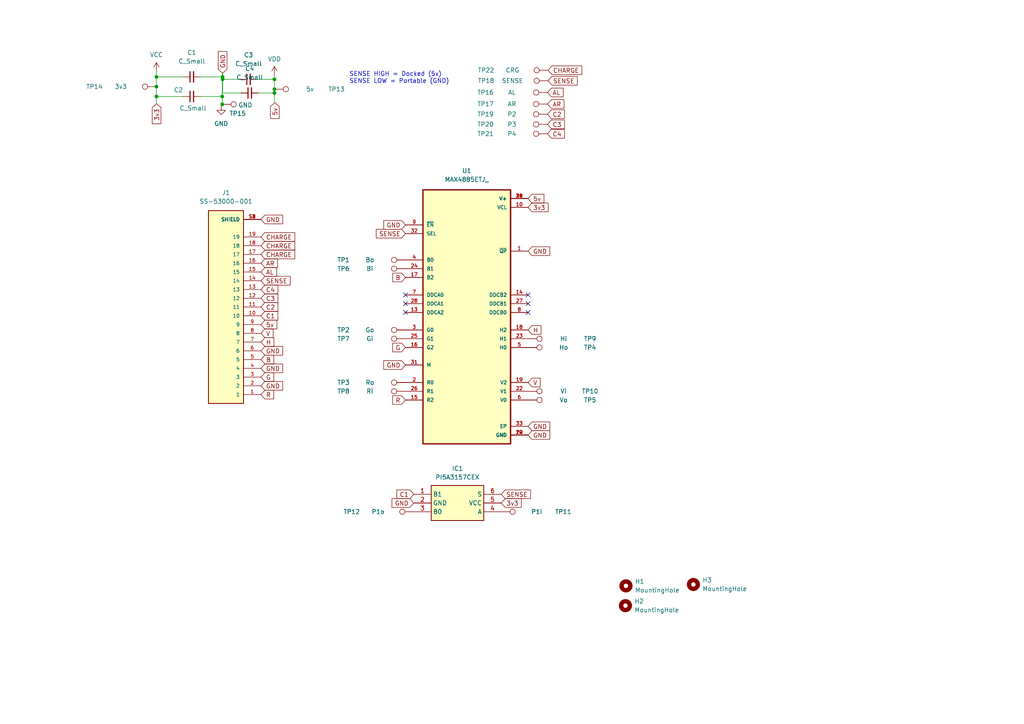
<source format=kicad_sch>
(kicad_sch (version 20230121) (generator eeschema)
  (paper "A4")
  (lib_symbols
    (symbol "Connector:TestPoint" (pin_numbers hide) (pin_names (offset 0.762) hide)
      (property "Reference" "TP" (at 0 6.858 0))
      (property "Value" "TestPoint" (at 0 5.08 0))
      (symbol "TestPoint_0_1"
        (circle (center 0 3.302) (radius 0.762))
      )
      (symbol "TestPoint_1_1"
        (pin passive line (at 0 0 90) (length 2.54) (name "1") (number "1"))
      )
    )
    (symbol "Device:C_Small" (pin_numbers hide) (pin_names (offset 0.254) hide)
      (property "Reference" "C" (at 0.254 1.778 0))
      (property "Value" "C_Small" (at 0.254 -2.032 0))
      (symbol "C_Small_0_1"
        (polyline (pts (xy -1.524 -0.508) (xy 1.524 -0.508)) (stroke (width 0.3302)))
        (polyline (pts (xy -1.524 0.508) (xy 1.524 0.508)) (stroke (width 0.3048)))
      )
      (symbol "C_Small_1_1"
        (pin passive line (at 0 2.54 270) (length 2.032) (name "~") (number "1"))
        (pin passive line (at 0 -2.54 90) (length 2.032) (name "~") (number "2"))
      )
    )
    (symbol "MAX4885ETJ_:MAX4885ETJ_" (pin_names (offset 1.016))
      (property "Reference" "U" (at -12.7 34.02 0))
      (property "Value" "MAX4885ETJ_" (at -12.7 -44.64 0))
      (symbol "MAX4885ETJ__0_0"
        (rectangle (start -12.7 -40.64) (end 12.7 33.02) (stroke (width 0.41)) (fill (type background)))
        (pin bidirectional line (at 17.78 15.24 180) (length 5.08) (name "~{QP}") (number "1"))
        (pin power_in line (at 17.78 27.94 180) (length 5.08) (name "VCL") (number "10"))
        (pin power_in line (at 17.78 30.48 180) (length 5.08) (name "V+") (number "11"))
        (pin power_in line (at 17.78 -38.1 180) (length 5.08) (name "GND") (number "12"))
        (pin bidirectional line (at -17.78 -2.54 0) (length 5.08) (name "DDCA2") (number "13"))
        (pin bidirectional line (at 17.78 2.54 180) (length 5.08) (name "DDCB2") (number "14"))
        (pin bidirectional line (at -17.78 -27.94 0) (length 5.08) (name "R2") (number "15"))
        (pin bidirectional line (at -17.78 -12.7 0) (length 5.08) (name "G2") (number "16"))
        (pin bidirectional line (at -17.78 7.62 0) (length 5.08) (name "B2") (number "17"))
        (pin bidirectional line (at 17.78 -7.62 180) (length 5.08) (name "H2") (number "18"))
        (pin bidirectional line (at 17.78 -22.86 180) (length 5.08) (name "V2") (number "19"))
        (pin bidirectional line (at -17.78 -22.86 0) (length 5.08) (name "R0") (number "2"))
        (pin power_in line (at 17.78 -38.1 180) (length 5.08) (name "GND") (number "20"))
        (pin power_in line (at 17.78 30.48 180) (length 5.08) (name "V+") (number "21"))
        (pin bidirectional line (at 17.78 -25.4 180) (length 5.08) (name "V1") (number "22"))
        (pin bidirectional line (at 17.78 -10.16 180) (length 5.08) (name "H1") (number "23"))
        (pin bidirectional line (at -17.78 10.16 0) (length 5.08) (name "B1") (number "24"))
        (pin bidirectional line (at -17.78 -10.16 0) (length 5.08) (name "G1") (number "25"))
        (pin bidirectional line (at -17.78 -25.4 0) (length 5.08) (name "R1") (number "26"))
        (pin bidirectional line (at 17.78 0 180) (length 5.08) (name "DDCB1") (number "27"))
        (pin bidirectional line (at -17.78 0 0) (length 5.08) (name "DDCA1") (number "28"))
        (pin power_in line (at 17.78 -38.1 180) (length 5.08) (name "GND") (number "29"))
        (pin bidirectional line (at -17.78 -7.62 0) (length 5.08) (name "G0") (number "3"))
        (pin power_in line (at 17.78 30.48 180) (length 5.08) (name "V+") (number "30"))
        (pin bidirectional line (at -17.78 -17.78 0) (length 5.08) (name "M") (number "31"))
        (pin input line (at -17.78 20.32 0) (length 5.08) (name "SEL") (number "32"))
        (pin power_in line (at 17.78 -35.56 180) (length 5.08) (name "EP") (number "33"))
        (pin bidirectional line (at -17.78 12.7 0) (length 5.08) (name "B0") (number "4"))
        (pin bidirectional line (at 17.78 -12.7 180) (length 5.08) (name "H0") (number "5"))
        (pin bidirectional line (at 17.78 -27.94 180) (length 5.08) (name "V0") (number "6"))
        (pin bidirectional line (at -17.78 2.54 0) (length 5.08) (name "DDCA0") (number "7"))
        (pin bidirectional line (at 17.78 -2.54 180) (length 5.08) (name "DDCB0") (number "8"))
        (pin input line (at -17.78 22.86 0) (length 5.08) (name "~{EN}") (number "9"))
      )
    )
    (symbol "Mechanical:MountingHole" (pin_names (offset 1.016))
      (property "Reference" "H" (at 0 5.08 0))
      (property "Value" "MountingHole" (at 0 3.175 0))
      (symbol "MountingHole_0_1"
        (circle (center 0 0) (radius 1.27) (stroke (width 1.27)))
      )
    )
    (symbol "PI5A3157CEX:PI5A3157CEX"
      (property "Reference" "IC" (at 21.59 7.62 0))
      (property "Value" "PI5A3157CEX" (at 21.59 5.08 0))
      (symbol "PI5A3157CEX_1_1"
        (rectangle (start 5.08 2.54) (end 20.32 -7.62) (stroke (width 0.254)) (fill (type background)))
        (pin passive line (at 0 0 0) (length 5.08) (name "B1") (number "1"))
        (pin passive line (at 0 -2.54 0) (length 5.08) (name "GND") (number "2"))
        (pin passive line (at 0 -5.08 0) (length 5.08) (name "B0") (number "3"))
        (pin passive line (at 25.4 -5.08 180) (length 5.08) (name "A") (number "4"))
        (pin passive line (at 25.4 -2.54 180) (length 5.08) (name "VCC") (number "5"))
        (pin passive line (at 25.4 0 180) (length 5.08) (name "S") (number "6"))
      )
    )
    (symbol "SS-53000-001:SS-53000-001" (pin_names (offset 1.016))
      (property "Reference" "J" (at -5.08 29.21 0))
      (property "Value" "SS-53000-001" (at -5.08 -30.48 0))
      (symbol "SS-53000-001_0_0"
        (rectangle (start -5.08 -27.94) (end 5.08 27.94) (stroke (width 0.254)) (fill (type background)))
        (pin passive line (at -10.16 25.4 0) (length 5.08) (name "1") (number "1"))
        (pin passive line (at -10.16 2.54 0) (length 5.08) (name "10") (number "10"))
        (pin passive line (at -10.16 0 0) (length 5.08) (name "11") (number "11"))
        (pin passive line (at -10.16 -2.54 0) (length 5.08) (name "12") (number "12"))
        (pin passive line (at -10.16 -5.08 0) (length 5.08) (name "13") (number "13"))
        (pin passive line (at -10.16 -7.62 0) (length 5.08) (name "14") (number "14"))
        (pin passive line (at -10.16 -10.16 0) (length 5.08) (name "15") (number "15"))
        (pin passive line (at -10.16 -12.7 0) (length 5.08) (name "16") (number "16"))
        (pin passive line (at -10.16 -15.24 0) (length 5.08) (name "17") (number "17"))
        (pin passive line (at -10.16 -17.78 0) (length 5.08) (name "18") (number "18"))
        (pin passive line (at -10.16 -20.32 0) (length 5.08) (name "19") (number "19"))
        (pin passive line (at -10.16 22.86 0) (length 5.08) (name "2") (number "2"))
        (pin passive line (at -10.16 20.32 0) (length 5.08) (name "3") (number "3"))
        (pin passive line (at -10.16 17.78 0) (length 5.08) (name "4") (number "4"))
        (pin passive line (at -10.16 15.24 0) (length 5.08) (name "5") (number "5"))
        (pin passive line (at -10.16 12.7 0) (length 5.08) (name "6") (number "6"))
        (pin passive line (at -10.16 10.16 0) (length 5.08) (name "7") (number "7"))
        (pin passive line (at -10.16 7.62 0) (length 5.08) (name "8") (number "8"))
        (pin passive line (at -10.16 5.08 0) (length 5.08) (name "9") (number "9"))
        (pin passive line (at -10.16 -25.4 0) (length 5.08) (name "SHIELD") (number "S1"))
        (pin passive line (at -10.16 -25.4 0) (length 5.08) (name "SHIELD") (number "S2"))
        (pin passive line (at -10.16 -25.4 0) (length 5.08) (name "SHIELD") (number "S3"))
        (pin passive line (at -10.16 -25.4 0) (length 5.08) (name "SHIELD") (number "S4"))
      )
    )
    (symbol "power:GND" (power) (pin_names (offset 0))
      (property "Value" "GND" (at 0 -3.81 0))
      (symbol "GND_0_1"
        (polyline (pts (xy 0 0) (xy 0 -1.27) (xy 1.27 -1.27) (xy 0 -2.54) (xy -1.27 -1.27) (xy 0 -1.27)))
      )
      (symbol "GND_1_1"
        (pin power_in line (at 0 0 270) (length 0) hide (name "GND") (number "1"))
      )
    )
    (symbol "power:VCC" (power) (pin_names (offset 0))
      (property "Value" "VCC" (at 0 3.81 0))
      (symbol "VCC_0_1"
        (polyline (pts (xy -0.762 1.27) (xy 0 2.54)))
        (polyline (pts (xy 0 0) (xy 0 2.54)))
        (polyline (pts (xy 0 2.54) (xy 0.762 1.27)))
      )
      (symbol "VCC_1_1"
        (pin power_in line (at 0 0 90) (length 0) hide (name "VCC") (number "1"))
      )
    )
    (symbol "power:VDD" (power) (pin_names (offset 0))
      (property "Value" "VDD" (at 0 3.81 0))
      (symbol "VDD_0_1"
        (polyline (pts (xy -0.762 1.27) (xy 0 2.54)))
        (polyline (pts (xy 0 0) (xy 0 2.54)))
        (polyline (pts (xy 0 2.54) (xy 0.762 1.27)))
      )
      (symbol "VDD_1_1"
        (pin power_in line (at 0 0 90) (length 0) hide (name "VDD") (number "1"))
      )
    )
  )
  (junction (at 79.6036 26.9748))
  (junction (at 45.3644 25.117))
  (junction (at 79.6036 25.8747))
  (junction (at 64.4652 30.2539))
  (junction (at 45.3644 22.3012))
  (junction (at 45.3644 27.9908))
  (junction (at 64.4652 27.9908))
  (junction (at 64.5668 22.3012))
  (junction (at 79.6036 23.0124))
  (junction (at 64.5668 23.0124))
  (no_connect (at 117.602 85.5472))
  (no_connect (at 117.602 90.6272))
  (no_connect (at 153.162 85.5472))
  (no_connect (at 153.162 88.0872))
  (no_connect (at 153.162 90.6272))
  (no_connect (at 117.602 88.0872))
  (wire (pts (xy 64.1604 30.734) (xy 64.4652 30.734)))
  (wire (pts (xy 64.4652 21.2344) (xy 64.5668 21.2344)))
  (wire (pts (xy 45.3644 30.0736) (xy 45.4152 30.0736)))
  (wire (pts (xy 79.6036 21.844) (xy 79.6036 23.0124)))
  (wire (pts (xy 79.6036 23.0124) (xy 79.6036 25.8747)))
  (wire (pts (xy 53.086 22.3012) (xy 45.3644 22.3012)))
  (wire (pts (xy 64.5668 21.2344) (xy 64.5668 22.3012)))
  (wire (pts (xy 58.166 27.9908) (xy 64.4652 27.9908)))
  (wire (pts (xy 45.3644 27.9908) (xy 45.3644 30.0736)))
  (wire (pts (xy 64.5668 23.0124) (xy 64.5668 26.9748)))
  (wire (pts (xy 79.6036 25.8747) (xy 79.6036 26.9748)))
  (wire (pts (xy 74.9808 26.9748) (xy 79.6036 26.9748)))
  (wire (pts (xy 45.3644 25.117) (xy 45.3644 27.9908)))
  (wire (pts (xy 74.6252 23.0124) (xy 79.6036 23.0124)))
  (wire (pts (xy 69.5452 23.0124) (xy 64.5668 23.0124)))
  (wire (pts (xy 79.6036 29.7688) (xy 79.7052 29.7688)))
  (wire (pts (xy 79.6036 26.9748) (xy 79.6036 29.7688)))
  (wire (pts (xy 64.4652 30.2539) (xy 64.4652 30.734)))
  (wire (pts (xy 45.3644 22.3012) (xy 45.3644 25.117)))
  (wire (pts (xy 69.9008 26.9748) (xy 64.5668 26.9748)))
  (wire (pts (xy 64.4652 21.2344) (xy 64.4652 27.9908)))
  (wire (pts (xy 53.086 27.9908) (xy 45.3644 27.9908)))
  (wire (pts (xy 64.4652 27.9908) (xy 64.4652 30.2539)))
  (wire (pts (xy 45.3644 20.7146) (xy 45.3644 22.3012)))
  (wire (pts (xy 58.166 22.3012) (xy 64.5668 22.3012)))
  (wire (pts (xy 64.5668 22.3012) (xy 64.5668 23.0124)))
  (text "SENSE HIGH = Docked (5v)\nSENSE LOW = Portable (GND)" (at 101.2952 24.384 0) (effects (font (size 1.27 1.27)) (justify left bottom)))
  (global_label "5v" (shape input) (at 79.7052 29.7688 270) (property "Intersheetrefs" "${INTERSHEET_REFS}" (effects hide)))
  (global_label "AR" (shape input) (at 158.8008 30.1752 0) (property "Intersheetrefs" "${INTERSHEET_REFS}" (effects hide)))
  (global_label "GND" (shape input) (at 75.692 101.7524 0) (property "Intersheetrefs" "${INTERSHEET_REFS}" (effects hide)))
  (global_label "R" (shape input) (at 117.602 116.0272 180) (property "Intersheetrefs" "${INTERSHEET_REFS}" (effects hide)))
  (global_label "GND" (shape input) (at 64.5668 21.2344 90) (property "Intersheetrefs" "${INTERSHEET_REFS}" (effects hide)))
  (global_label "SENSE" (shape input) (at 75.692 81.4324 0) (property "Intersheetrefs" "${INTERSHEET_REFS}" (effects hide)))
  (global_label "CHARGE" (shape input) (at 158.9532 20.3708 0) (property "Intersheetrefs" "${INTERSHEET_REFS}" (effects hide)))
  (global_label "GND" (shape input) (at 75.692 106.8324 0) (property "Intersheetrefs" "${INTERSHEET_REFS}" (effects hide)))
  (global_label "C2" (shape input) (at 158.8008 33.1216 0) (property "Intersheetrefs" "${INTERSHEET_REFS}" (effects hide)))
  (global_label "3v3" (shape input) (at 45.4152 30.0736 270) (property "Intersheetrefs" "${INTERSHEET_REFS}" (effects hide)))
  (global_label "AL" (shape input) (at 75.692 78.8924 0) (property "Intersheetrefs" "${INTERSHEET_REFS}" (effects hide)))
  (global_label "CHARGE" (shape input) (at 75.692 68.7324 0) (property "Intersheetrefs" "${INTERSHEET_REFS}" (effects hide)))
  (global_label "GND" (shape input) (at 117.602 105.8672 180) (property "Intersheetrefs" "${INTERSHEET_REFS}" (effects hide)))
  (global_label "C3" (shape input) (at 75.692 86.5124 0) (property "Intersheetrefs" "${INTERSHEET_REFS}" (effects hide)))
  (global_label "3v3" (shape input) (at 153.162 60.1472 0) (property "Intersheetrefs" "${INTERSHEET_REFS}" (effects hide)))
  (global_label "SENSE" (shape input) (at 117.602 67.7672 180) (property "Intersheetrefs" "${INTERSHEET_REFS}" (effects hide)))
  (global_label "G" (shape input) (at 117.602 100.7872 180) (property "Intersheetrefs" "${INTERSHEET_REFS}" (effects hide)))
  (global_label "B" (shape input) (at 75.692 104.2924 0) (property "Intersheetrefs" "${INTERSHEET_REFS}" (effects hide)))
  (global_label "CHARGE" (shape input) (at 75.692 71.2724 0) (property "Intersheetrefs" "${INTERSHEET_REFS}" (effects hide)))
  (global_label "GND" (shape input) (at 75.692 111.9124 0) (property "Intersheetrefs" "${INTERSHEET_REFS}" (effects hide)))
  (global_label "GND" (shape input) (at 153.162 126.1872 0) (property "Intersheetrefs" "${INTERSHEET_REFS}" (effects hide)))
  (global_label "SENSE" (shape input) (at 158.9532 23.4188 0) (property "Intersheetrefs" "${INTERSHEET_REFS}" (effects hide)))
  (global_label "AL" (shape input) (at 158.8008 26.8224 0) (property "Intersheetrefs" "${INTERSHEET_REFS}" (effects hide)))
  (global_label "H" (shape input) (at 75.692 99.2124 0) (property "Intersheetrefs" "${INTERSHEET_REFS}" (effects hide)))
  (global_label "C1" (shape input) (at 119.9896 143.3576 180) (property "Intersheetrefs" "${INTERSHEET_REFS}" (effects hide)))
  (global_label "3v3" (shape input) (at 145.3896 145.8976 0) (property "Intersheetrefs" "${INTERSHEET_REFS}" (effects hide)))
  (global_label "C2" (shape input) (at 75.692 89.0524 0) (property "Intersheetrefs" "${INTERSHEET_REFS}" (effects hide)))
  (global_label "GND" (shape input) (at 119.9896 145.8976 180) (property "Intersheetrefs" "${INTERSHEET_REFS}" (effects hide)))
  (global_label "B" (shape input) (at 117.602 80.4672 180) (property "Intersheetrefs" "${INTERSHEET_REFS}" (effects hide)))
  (global_label "C4" (shape input) (at 158.8008 38.8112 0) (property "Intersheetrefs" "${INTERSHEET_REFS}" (effects hide)))
  (global_label "H" (shape input) (at 153.162 95.7072 0) (property "Intersheetrefs" "${INTERSHEET_REFS}" (effects hide)))
  (global_label "V" (shape input) (at 153.162 110.9472 0) (property "Intersheetrefs" "${INTERSHEET_REFS}" (effects hide)))
  (global_label "GND" (shape input) (at 75.692 63.6524 0) (property "Intersheetrefs" "${INTERSHEET_REFS}" (effects hide)))
  (global_label "R" (shape input) (at 75.692 114.4524 0) (property "Intersheetrefs" "${INTERSHEET_REFS}" (effects hide)))
  (global_label "V" (shape input) (at 75.692 96.6724 0) (property "Intersheetrefs" "${INTERSHEET_REFS}" (effects hide)))
  (global_label "G" (shape input) (at 75.692 109.3724 0) (property "Intersheetrefs" "${INTERSHEET_REFS}" (effects hide)))
  (global_label "GND" (shape input) (at 153.162 72.8472 0) (property "Intersheetrefs" "${INTERSHEET_REFS}" (effects hide)))
  (global_label "CHARGE" (shape input) (at 75.692 73.8124 0) (property "Intersheetrefs" "${INTERSHEET_REFS}" (effects hide)))
  (global_label "C4" (shape input) (at 75.692 83.9724 0) (property "Intersheetrefs" "${INTERSHEET_REFS}" (effects hide)))
  (global_label "5v" (shape input) (at 153.162 57.6072 0) (property "Intersheetrefs" "${INTERSHEET_REFS}" (effects hide)))
  (global_label "AR" (shape input) (at 75.692 76.3524 0) (property "Intersheetrefs" "${INTERSHEET_REFS}" (effects hide)))
  (global_label "C1" (shape input) (at 75.692 91.5924 0) (property "Intersheetrefs" "${INTERSHEET_REFS}" (effects hide)))
  (global_label "SENSE" (shape input) (at 145.3896 143.3576 0) (property "Intersheetrefs" "${INTERSHEET_REFS}" (effects hide)))
  (global_label "C3" (shape input) (at 158.8008 36.068 0) (property "Intersheetrefs" "${INTERSHEET_REFS}" (effects hide)))
  (global_label "5v" (shape input) (at 75.692 94.1324 0) (property "Intersheetrefs" "${INTERSHEET_REFS}" (effects hide)))
  (global_label "GND" (shape input) (at 153.162 123.6472 0) (property "Intersheetrefs" "${INTERSHEET_REFS}" (effects hide)))
  (global_label "GND" (shape input) (at 117.602 65.2272 180) (property "Intersheetrefs" "${INTERSHEET_REFS}" (effects hide)))
  (symbol (lib_id "Connector:TestPoint") (at 117.602 95.7072 90) (unit 1)
    (property "Reference" "TP2" (at 99.6188 95.7072 90))
    (property "Value" "Go" (at 107.2896 95.7072 90))
    (property "Footprint" "symbols-footprints:CasPowerPad 1x1" (effects hide))
  )
  (symbol (lib_id "Connector:TestPoint") (at 117.602 113.4872 90) (unit 1)
    (property "Reference" "TP8" (at 99.6188 113.4872 90))
    (property "Value" "Ri" (at 107.2896 113.4872 90))
    (property "Footprint" "symbols-footprints:CasPowerPad 1x1" (effects hide))
  )
  (symbol (lib_id "Connector:TestPoint") (at 145.3896 148.4376 270) (unit 1)
    (property "Reference" "TP11" (at 163.3728 148.4376 90))
    (property "Value" "P1i" (at 155.702 148.4376 90))
    (property "Footprint" "symbols-footprints:CasPowerPad 1x1" (effects hide))
  )
  (symbol (lib_id "Connector:TestPoint") (at 158.9532 20.3708 90) (unit 1)
    (property "Reference" "TP22" (at 140.97 20.3708 90))
    (property "Value" "CRG" (at 148.6408 20.3708 90))
    (property "Footprint" "symbols-footprints:CasPowerPad 2x2" (effects hide))
  )
  (symbol (lib_id "power:VCC") (at 45.3644 20.7146 0) (unit 1)
    (property "Reference" "#PWR02" (effects hide))
    (property "Value" "VCC" (at 45.3644 15.8886 0))
  )
  (symbol (lib_id "Connector:TestPoint") (at 117.602 75.3872 90) (unit 1)
    (property "Reference" "TP1" (at 99.6188 75.3872 90))
    (property "Value" "Bo" (at 107.2896 75.3872 90))
    (property "Footprint" "symbols-footprints:CasPowerPad 1x1" (effects hide))
  )
  (symbol (lib_id "Connector:TestPoint") (at 117.602 77.9272 90) (unit 1)
    (property "Reference" "TP6" (at 99.6188 77.9272 90))
    (property "Value" "Bi" (at 107.2896 77.9272 90))
    (property "Footprint" "symbols-footprints:CasPowerPad 1x1" (effects hide))
  )
  (symbol (lib_id "Connector:TestPoint") (at 158.8008 26.8224 90) (unit 1)
    (property "Reference" "TP16" (at 140.8176 26.8224 90))
    (property "Value" "AL" (at 148.4884 26.8224 90))
    (property "Footprint" "symbols-footprints:CasPowerPad 1x1" (effects hide))
  )
  (symbol (lib_id "PI5A3157CEX:PI5A3157CEX") (at 119.9896 143.3576 0) (unit 1)
    (property "Reference" "IC1" (at 132.6896 135.89 0))
    (property "Value" "PI5A3157CEX" (at 132.6896 138.43 0))
    (property "Footprint" "KiCad:SOT65P210X110-6N" (effects hide))
    (property "Datasheet" "https://www.diodes.com/assets/Datasheets/PI5A3157.pdf" (effects hide))
    (property "Height" "1.1" (effects hide))
    (property "Manufacturer_Name" "Diodes Inc." (effects hide))
    (property "Manufacturer_Part_Number" "PI5A3157CEX" (effects hide))
    (property "Mouser Part Number" "729-PI5A3157CEX" (effects hide))
    (property "Mouser Price/Stock" "https://www.mouser.co.uk/ProductDetail/Diodes-Incorporated/PI5A3157CEX?qs=hFKXOjF5MkYOFZffF%2FEnpw%3D%3D" (effects hide))
    (property "Arrow Part Number" "PI5A3157CEX" (effects hide))
    (property "Arrow Price/Stock" "https://www.arrow.com/en/products/pi5a3157cex/diodes-incorporated" (effects hide))
  )
  (symbol (lib_id "Connector:TestPoint") (at 119.9896 148.4376 90) (unit 1)
    (property "Reference" "TP12" (at 102.0064 148.4376 90))
    (property "Value" "P1o" (at 109.6772 148.4376 90))
    (property "Footprint" "symbols-footprints:CasPowerPad 1x1" (effects hide))
  )
  (symbol (lib_id "power:GND") (at 64.1604 30.734 0) (unit 1)
    (property "Reference" "#PWR01" (effects hide))
    (property "Value" "GND" (at 64.1604 35.8648 0))
  )
  (symbol (lib_id "SS-53000-001:SS-53000-001") (at 65.532 89.0524 180) (unit 1)
    (property "Reference" "J1" (at 65.532 55.88 0))
    (property "Value" "SS-53000-001" (at 65.532 58.42 0))
    (property "Footprint" "symbols-footprints:STEWART_SS-53000-001" (effects hide))
    (property "MF" "Stewart Connector" (effects hide))
    (property "MAXIMUM_PACKAGE_HEIGHT" "6.18 mm" (effects hide))
    (property "Package" "None" (effects hide))
    (property "Price" "None" (effects hide))
    (property "Check_prices" "https://www.snapeda.com/parts/SS-53000-001/Stewart+Connector/view-part/?ref=eda" (effects hide))
    (property "STANDARD" "Manufacturer Recommendations" (effects hide))
    (property "PARTREV" "A0" (effects hide))
    (property "SnapEDA_Link" "https://www.snapeda.com/parts/SS-53000-001/Stewart+Connector/view-part/?ref=snap" (effects hide))
    (property "MP" "SS-53000-001" (effects hide))
    (property "Purchase-URL" "https://www.snapeda.com/api/url_track_click_mouser/?unipart_id=4628816&manufacturer=Stewart Connector&part_name=SS-53000-001&search_term=hdmi connector" (effects hide))
    (property "Description" "\nHDMI Connector | Right Angle | Without Flange | -20C to 85C\n" (effects hide))
    (property "Availability" "In Stock" (effects hide))
    (property "MANUFACTURER" "BelFuse" (effects hide))
  )
  (symbol (lib_id "power:VDD") (at 79.6036 21.844 0) (unit 1)
    (property "Reference" "#PWR03" (effects hide))
    (property "Value" "VDD" (at 79.6036 17.1196 0))
  )
  (symbol (lib_id "Connector:TestPoint") (at 153.162 113.4872 270) (unit 1)
    (property "Reference" "TP10" (at 171.1452 113.4872 90))
    (property "Value" "Vi" (at 163.4744 113.4872 90))
    (property "Footprint" "symbols-footprints:CasPowerPad 1x1" (effects hide))
  )
  (symbol (lib_id "Connector:TestPoint") (at 158.8008 36.068 90) (unit 1)
    (property "Reference" "TP20" (at 140.8176 36.068 90))
    (property "Value" "P3" (at 148.4884 36.068 90))
    (property "Footprint" "nold-customs:nolds-TestPoint_Pad_D1.0mm" (effects hide))
  )
  (symbol (lib_id "Device:C_Small") (at 72.4408 26.9748 90) (unit 1)
    (property "Reference" "C4" (at 72.4471 19.9136 90))
    (property "Value" "C_Small" (at 72.4471 22.4536 90))
    (property "Footprint" "Capacitor_SMD:C_0603_1608Metric_Pad1.08x0.95mm_HandSolder" (effects hide))
  )
  (symbol (lib_id "Connector:TestPoint") (at 158.8008 38.8112 90) (unit 1)
    (property "Reference" "TP21" (at 140.8176 38.8112 90))
    (property "Value" "P4" (at 148.4884 38.8112 90))
    (property "Footprint" "nold-customs:nolds-TestPoint_Pad_D1.0mm" (effects hide))
  )
  (symbol (lib_id "Connector:TestPoint") (at 158.8008 30.1752 90) (unit 1)
    (property "Reference" "TP17" (at 140.8176 30.1752 90))
    (property "Value" "AR" (at 148.4884 30.1752 90))
    (property "Footprint" "symbols-footprints:CasPowerPad 1x1" (effects hide))
  )
  (symbol (lib_id "Device:C_Small") (at 72.0852 23.0124 90) (unit 1)
    (property "Reference" "C3" (at 72.0915 15.9512 90))
    (property "Value" "C_Small" (at 72.0915 18.4912 90))
    (property "Footprint" "Capacitor_SMD:C_0603_1608Metric_Pad1.08x0.95mm_HandSolder" (effects hide))
  )
  (symbol (lib_id "Connector:TestPoint") (at 158.8008 33.1216 90) (unit 1)
    (property "Reference" "TP19" (at 140.8176 33.1216 90))
    (property "Value" "P2" (at 148.4884 33.1216 90))
    (property "Footprint" "nold-customs:nolds-TestPoint_Pad_D1.0mm" (effects hide))
  )
  (symbol (lib_id "MAX4885ETJ_:MAX4885ETJ_") (at 135.382 88.0872 0) (unit 1)
    (property "Reference" "U1" (at 135.382 49.53 0))
    (property "Value" "MAX4885ETJ_" (at 135.382 52.07 0))
    (property "Footprint" "symbols-footprints:QFN50P500X500X80-33N" (effects hide))
    (property "MF" "Maxim Integrated Products" (effects hide))
    (property "DESCRIPTION" "Complete VGA Multiplexer 32-Pin TQFN EP" (effects hide))
    (property "PACKAGE" "TQFN-32 Maxim" (effects hide))
    (property "PRICE" "None" (effects hide))
    (property "Package" "None" (effects hide))
    (property "Check_prices" "https://www.snapeda.com/parts/MAX4885ETJ+/Maxim+Integrated/view-part/?ref=eda" (effects hide))
    (property "Price" "None" (effects hide))
    (property "SnapEDA_Link" "https://www.snapeda.com/parts/MAX4885ETJ+/Maxim+Integrated/view-part/?ref=snap" (effects hide))
    (property "MP" "MAX4885ETJ+" (effects hide))
    (property "Availability" "In Stock" (effects hide))
    (property "AVAILABILITY" "Unavailable" (effects hide))
    (property "Description" "\nAnalog Switch/Analog Multiplexer Seven 2:1 32-Pin TQFN EP Tube\n" (effects hide))
  )
  (symbol (lib_id "Device:C_Small") (at 55.626 27.9908 90) (unit 1)
    (property "Reference" "C2" (at 51.7652 26.1112 90))
    (property "Value" "C_Small" (at 55.9842 31.3784 90))
    (property "Footprint" "Capacitor_SMD:C_0603_1608Metric_Pad1.08x0.95mm_HandSolder" (effects hide))
  )
  (symbol (lib_id "Connector:TestPoint") (at 117.602 110.9472 90) (unit 1)
    (property "Reference" "TP3" (at 99.6188 110.9472 90))
    (property "Value" "Ro" (at 107.2896 110.9472 90))
    (property "Footprint" "symbols-footprints:CasPowerPad 1x1" (effects hide))
  )
  (symbol (lib_id "Device:C_Small") (at 55.626 22.3012 90) (unit 1)
    (property "Reference" "C1" (at 55.6323 15.24 90))
    (property "Value" "C_Small" (at 55.6323 17.78 90))
    (property "Footprint" "Capacitor_SMD:C_0603_1608Metric_Pad1.08x0.95mm_HandSolder" (effects hide))
  )
  (symbol (lib_id "Connector:TestPoint") (at 153.162 116.0272 270) (unit 1)
    (property "Reference" "TP5" (at 171.1452 116.0272 90))
    (property "Value" "Vo" (at 163.4744 116.0272 90))
    (property "Footprint" "symbols-footprints:CasPowerPad 1x1" (effects hide))
  )
  (symbol (lib_id "Connector:TestPoint") (at 158.9532 23.4188 90) (unit 1)
    (property "Reference" "TP18" (at 140.97 23.4188 90))
    (property "Value" "SENSE" (at 148.6408 23.4188 90))
    (property "Footprint" "symbols-footprints:CasPowerPad 1x1" (effects hide))
  )
  (symbol (lib_id "Connector:TestPoint") (at 153.162 100.7872 270) (unit 1)
    (property "Reference" "TP4" (at 171.1452 100.7872 90))
    (property "Value" "Ho" (at 163.4744 100.7872 90))
    (property "Footprint" "symbols-footprints:CasPowerPad 1x1" (effects hide))
  )
  (symbol (lib_id "Connector:TestPoint") (at 117.602 98.2472 90) (unit 1)
    (property "Reference" "TP7" (at 99.6188 98.2472 90))
    (property "Value" "Gi" (at 107.2896 98.2472 90))
    (property "Footprint" "symbols-footprints:CasPowerPad 1x1" (effects hide))
  )
  (symbol (lib_id "Connector:TestPoint") (at 79.6036 25.8747 270) (unit 1)
    (property "Reference" "TP13" (at 97.5868 25.8747 90))
    (property "Value" "5v" (at 89.916 25.8747 90))
    (property "Footprint" "symbols-footprints:CasPowerPad 2x1" (effects hide))
  )
  (symbol (lib_id "Connector:TestPoint") (at 153.162 98.2472 270) (unit 1)
    (property "Reference" "TP9" (at 171.1452 98.2472 90))
    (property "Value" "Hi" (at 163.4744 98.2472 90))
    (property "Footprint" "symbols-footprints:CasPowerPad 1x1" (effects hide))
  )
  (symbol (lib_id "Connector:TestPoint") (at 45.3644 25.117 90) (unit 1)
    (property "Reference" "TP14" (at 27.3812 25.117 90))
    (property "Value" "3v3" (at 35.052 25.117 90))
    (property "Footprint" "nold-customs:nolds-TestPoint_Pad_D1.0mm" (effects hide))
  )
  (symbol (lib_id "Connector:TestPoint") (at 64.4652 30.2539 270) (unit 1)
    (property "Reference" "TP15" (at 68.9356 32.9184 90))
    (property "Value" "GND" (at 71.1708 30.48 90))
    (property "Footprint" "symbols-footprints:CasPowerPad 2x1" (effects hide))
  )
  (symbol (lib_id "Mechanical:MountingHole") (at 181.5592 169.926 0) (unit 1)
    (property "Reference" "H1" (at 184.15 168.656 0) (effects (justify left)))
    (property "Value" "MountingHole" (at 184.15 171.196 0) (effects (justify left)))
    (property "Footprint" "MountingHole:MountingHole_2.2mm_M2" (effects hide))
  )
  (symbol (lib_id "Mechanical:MountingHole") (at 201.1172 169.5196 0) (unit 1)
    (property "Reference" "H3" (at 203.708 168.2496 0) (effects (justify left)))
    (property "Value" "MountingHole" (at 203.708 170.7896 0) (effects (justify left)))
    (property "Footprint" "MountingHole:MountingHole_2.2mm_M2" (effects hide))
  )
  (symbol (lib_id "Mechanical:MountingHole") (at 181.4068 175.6664 0) (unit 1)
    (property "Reference" "H2" (at 183.9976 174.3964 0) (effects (justify left)))
    (property "Value" "MountingHole" (at 183.9976 176.9364 0) (effects (justify left)))
    (property "Footprint" "MountingHole:MountingHole_2.2mm_M2" (effects hide))
  )
)
</source>
